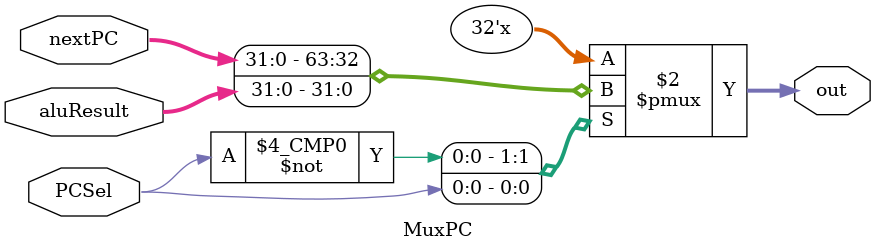
<source format=v>
module MuxPC(
    input wire [31:0] nextPC,
    input wire [31:0] aluResult,
    input wire PCSel,
    output reg [31:0] out
);

    always @(nextPC, aluResult, PCSel) begin
        case (PCSel)
            1'b0: out = nextPC;
            1'b1: out = aluResult;
            default: out = nextPC;
        endcase
    end

endmodule

</source>
